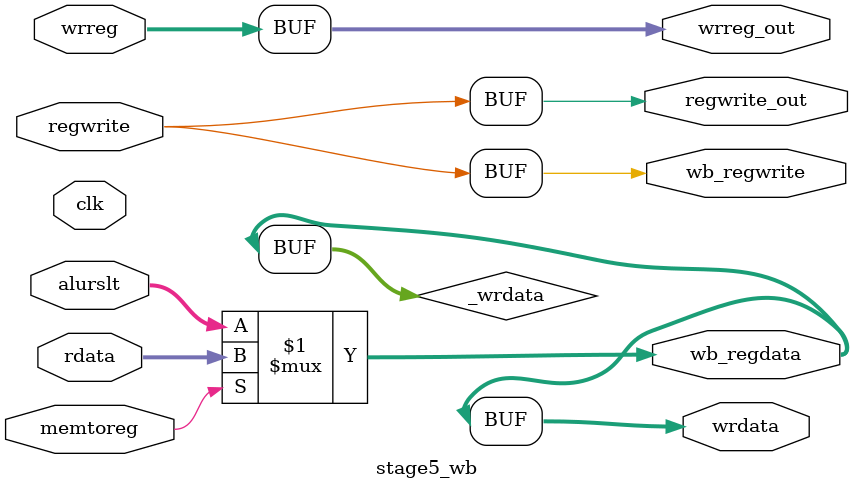
<source format=v>

/*
 * stage5_wb.v
 *
 * Stage 5 of the five cycle MIPS CPU.
 * Performs the wribe back operations.
 *
 */

`ifndef _stage5_wb
`define _stage5_wb

`include "dm.v"

module stage5_wb(clk,
			wb_regdata, wb_regwrite,
			regwrite, regwrite_out,
			memtoreg,
			rdata, alurslt, wrdata,
			wrreg, wrreg_out);

	input wire			clk;

 	// {{{ diagnostic outputs
	output wire [31:0]	wb_regdata;
	output wire			wb_regwrite;

	assign wb_regdata = _wrdata;
	assign wb_regwrite = regwrite;
	// }}}

	input wire regwrite;
	output wire regwrite_out;

	assign regwrite_out = regwrite;


	input  wire memtoreg;
	input  wire [31:0] 	rdata;
	input  wire [31:0] 	alurslt;
	output wire [31:0] 	wrdata;
		   wire [31:0] 	_wrdata;

	assign _wrdata = (memtoreg) ? rdata : alurslt;
	assign wrdata = _wrdata;


	input wire [4:0] wrreg;
	output wire [4:0] wrreg_out;

	assign wrreg_out = wrreg;

endmodule

`endif

</source>
